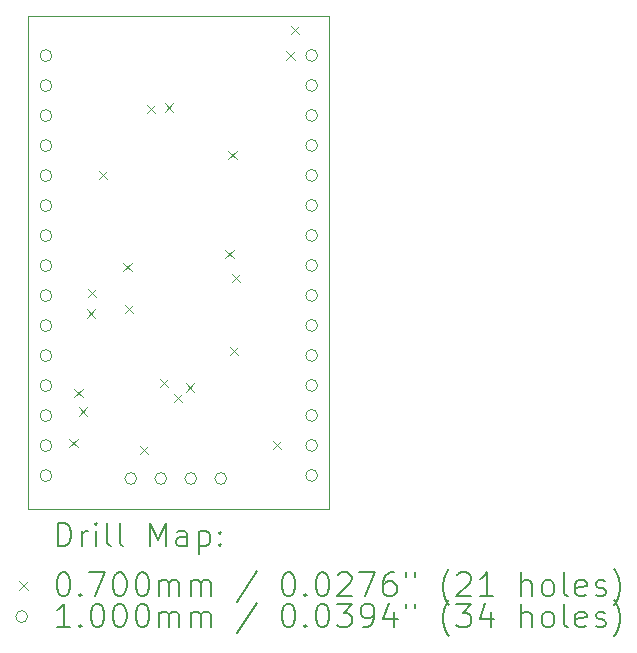
<source format=gbr>
%FSLAX45Y45*%
G04 Gerber Fmt 4.5, Leading zero omitted, Abs format (unit mm)*
G04 Created by KiCad (PCBNEW (6.0.2)) date 2022-05-10 09:18:48*
%MOMM*%
%LPD*%
G01*
G04 APERTURE LIST*
%TA.AperFunction,Profile*%
%ADD10C,0.100000*%
%TD*%
%ADD11C,0.200000*%
%ADD12C,0.070000*%
%ADD13C,0.100000*%
G04 APERTURE END LIST*
D10*
X0Y4180000D02*
X0Y4140000D01*
X0Y0D02*
X0Y4140000D01*
X2550000Y0D02*
X0Y0D01*
X0Y4180000D02*
X2550000Y4180000D01*
X2550000Y4180000D02*
X2550000Y0D01*
D11*
D12*
X350000Y595000D02*
X420000Y525000D01*
X420000Y595000D02*
X350000Y525000D01*
X392149Y1017851D02*
X462149Y947851D01*
X462149Y1017851D02*
X392149Y947851D01*
X431250Y861250D02*
X501250Y791250D01*
X501250Y861250D02*
X431250Y791250D01*
X498750Y1691250D02*
X568750Y1621250D01*
X568750Y1691250D02*
X498750Y1621250D01*
X507500Y1867500D02*
X577500Y1797500D01*
X577500Y1867500D02*
X507500Y1797500D01*
X597500Y2862500D02*
X667500Y2792500D01*
X667500Y2862500D02*
X597500Y2792500D01*
X805000Y2085000D02*
X875000Y2015000D01*
X875000Y2085000D02*
X805000Y2015000D01*
X817500Y1732500D02*
X887500Y1662500D01*
X887500Y1732500D02*
X817500Y1662500D01*
X945000Y535000D02*
X1015000Y465000D01*
X1015000Y535000D02*
X945000Y465000D01*
X1005000Y3425000D02*
X1075000Y3355000D01*
X1075000Y3425000D02*
X1005000Y3355000D01*
X1115000Y1105000D02*
X1185000Y1035000D01*
X1185000Y1105000D02*
X1115000Y1035000D01*
X1155000Y3435000D02*
X1225000Y3365000D01*
X1225000Y3435000D02*
X1155000Y3365000D01*
X1235000Y975000D02*
X1305000Y905000D01*
X1305000Y975000D02*
X1235000Y905000D01*
X1335000Y1065000D02*
X1405000Y995000D01*
X1405000Y1065000D02*
X1335000Y995000D01*
X1670000Y2195000D02*
X1740000Y2125000D01*
X1740000Y2195000D02*
X1670000Y2125000D01*
X1695000Y3035000D02*
X1765000Y2965000D01*
X1765000Y3035000D02*
X1695000Y2965000D01*
X1710000Y1377500D02*
X1780000Y1307500D01*
X1780000Y1377500D02*
X1710000Y1307500D01*
X1725000Y1995000D02*
X1795000Y1925000D01*
X1795000Y1995000D02*
X1725000Y1925000D01*
X2070098Y577598D02*
X2140098Y507598D01*
X2140098Y577598D02*
X2070098Y507598D01*
X2187000Y3877000D02*
X2257000Y3807000D01*
X2257000Y3877000D02*
X2187000Y3807000D01*
X2225000Y4095000D02*
X2295000Y4025000D01*
X2295000Y4095000D02*
X2225000Y4025000D01*
D13*
X200000Y3840000D02*
G75*
G03*
X200000Y3840000I-50000J0D01*
G01*
X200000Y3586000D02*
G75*
G03*
X200000Y3586000I-50000J0D01*
G01*
X200000Y3332000D02*
G75*
G03*
X200000Y3332000I-50000J0D01*
G01*
X200000Y3078000D02*
G75*
G03*
X200000Y3078000I-50000J0D01*
G01*
X200000Y2824000D02*
G75*
G03*
X200000Y2824000I-50000J0D01*
G01*
X200000Y2570000D02*
G75*
G03*
X200000Y2570000I-50000J0D01*
G01*
X200000Y2316000D02*
G75*
G03*
X200000Y2316000I-50000J0D01*
G01*
X200000Y2062000D02*
G75*
G03*
X200000Y2062000I-50000J0D01*
G01*
X200000Y1808000D02*
G75*
G03*
X200000Y1808000I-50000J0D01*
G01*
X200000Y1554000D02*
G75*
G03*
X200000Y1554000I-50000J0D01*
G01*
X200000Y1300000D02*
G75*
G03*
X200000Y1300000I-50000J0D01*
G01*
X200000Y1046000D02*
G75*
G03*
X200000Y1046000I-50000J0D01*
G01*
X200000Y792000D02*
G75*
G03*
X200000Y792000I-50000J0D01*
G01*
X200000Y538000D02*
G75*
G03*
X200000Y538000I-50000J0D01*
G01*
X200000Y284000D02*
G75*
G03*
X200000Y284000I-50000J0D01*
G01*
X918000Y260000D02*
G75*
G03*
X918000Y260000I-50000J0D01*
G01*
X1172000Y260000D02*
G75*
G03*
X1172000Y260000I-50000J0D01*
G01*
X1426000Y260000D02*
G75*
G03*
X1426000Y260000I-50000J0D01*
G01*
X1680000Y260000D02*
G75*
G03*
X1680000Y260000I-50000J0D01*
G01*
X2450000Y3842000D02*
G75*
G03*
X2450000Y3842000I-50000J0D01*
G01*
X2450000Y3588000D02*
G75*
G03*
X2450000Y3588000I-50000J0D01*
G01*
X2450000Y3334000D02*
G75*
G03*
X2450000Y3334000I-50000J0D01*
G01*
X2450000Y3080000D02*
G75*
G03*
X2450000Y3080000I-50000J0D01*
G01*
X2450000Y2826000D02*
G75*
G03*
X2450000Y2826000I-50000J0D01*
G01*
X2450000Y2572000D02*
G75*
G03*
X2450000Y2572000I-50000J0D01*
G01*
X2450000Y2318000D02*
G75*
G03*
X2450000Y2318000I-50000J0D01*
G01*
X2450000Y2064000D02*
G75*
G03*
X2450000Y2064000I-50000J0D01*
G01*
X2450000Y1810000D02*
G75*
G03*
X2450000Y1810000I-50000J0D01*
G01*
X2450000Y1556000D02*
G75*
G03*
X2450000Y1556000I-50000J0D01*
G01*
X2450000Y1302000D02*
G75*
G03*
X2450000Y1302000I-50000J0D01*
G01*
X2450000Y1048000D02*
G75*
G03*
X2450000Y1048000I-50000J0D01*
G01*
X2450000Y794000D02*
G75*
G03*
X2450000Y794000I-50000J0D01*
G01*
X2450000Y540000D02*
G75*
G03*
X2450000Y540000I-50000J0D01*
G01*
X2450000Y286000D02*
G75*
G03*
X2450000Y286000I-50000J0D01*
G01*
D11*
X252619Y-315476D02*
X252619Y-115476D01*
X300238Y-115476D01*
X328810Y-125000D01*
X347857Y-144048D01*
X357381Y-163095D01*
X366905Y-201190D01*
X366905Y-229762D01*
X357381Y-267857D01*
X347857Y-286905D01*
X328810Y-305952D01*
X300238Y-315476D01*
X252619Y-315476D01*
X452619Y-315476D02*
X452619Y-182143D01*
X452619Y-220238D02*
X462143Y-201190D01*
X471667Y-191667D01*
X490714Y-182143D01*
X509762Y-182143D01*
X576429Y-315476D02*
X576429Y-182143D01*
X576429Y-115476D02*
X566905Y-125000D01*
X576429Y-134524D01*
X585952Y-125000D01*
X576429Y-115476D01*
X576429Y-134524D01*
X700238Y-315476D02*
X681190Y-305952D01*
X671667Y-286905D01*
X671667Y-115476D01*
X805000Y-315476D02*
X785952Y-305952D01*
X776428Y-286905D01*
X776428Y-115476D01*
X1033571Y-315476D02*
X1033571Y-115476D01*
X1100238Y-258333D01*
X1166905Y-115476D01*
X1166905Y-315476D01*
X1347857Y-315476D02*
X1347857Y-210714D01*
X1338333Y-191667D01*
X1319286Y-182143D01*
X1281190Y-182143D01*
X1262143Y-191667D01*
X1347857Y-305952D02*
X1328810Y-315476D01*
X1281190Y-315476D01*
X1262143Y-305952D01*
X1252619Y-286905D01*
X1252619Y-267857D01*
X1262143Y-248809D01*
X1281190Y-239286D01*
X1328810Y-239286D01*
X1347857Y-229762D01*
X1443095Y-182143D02*
X1443095Y-382143D01*
X1443095Y-191667D02*
X1462143Y-182143D01*
X1500238Y-182143D01*
X1519286Y-191667D01*
X1528809Y-201190D01*
X1538333Y-220238D01*
X1538333Y-277381D01*
X1528809Y-296429D01*
X1519286Y-305952D01*
X1500238Y-315476D01*
X1462143Y-315476D01*
X1443095Y-305952D01*
X1624048Y-296429D02*
X1633571Y-305952D01*
X1624048Y-315476D01*
X1614524Y-305952D01*
X1624048Y-296429D01*
X1624048Y-315476D01*
X1624048Y-191667D02*
X1633571Y-201190D01*
X1624048Y-210714D01*
X1614524Y-201190D01*
X1624048Y-191667D01*
X1624048Y-210714D01*
D12*
X-75000Y-610000D02*
X-5000Y-680000D01*
X-5000Y-610000D02*
X-75000Y-680000D01*
D11*
X290714Y-535476D02*
X309762Y-535476D01*
X328810Y-545000D01*
X338333Y-554524D01*
X347857Y-573571D01*
X357381Y-611667D01*
X357381Y-659286D01*
X347857Y-697381D01*
X338333Y-716428D01*
X328810Y-725952D01*
X309762Y-735476D01*
X290714Y-735476D01*
X271667Y-725952D01*
X262143Y-716428D01*
X252619Y-697381D01*
X243095Y-659286D01*
X243095Y-611667D01*
X252619Y-573571D01*
X262143Y-554524D01*
X271667Y-545000D01*
X290714Y-535476D01*
X443095Y-716428D02*
X452619Y-725952D01*
X443095Y-735476D01*
X433571Y-725952D01*
X443095Y-716428D01*
X443095Y-735476D01*
X519286Y-535476D02*
X652619Y-535476D01*
X566905Y-735476D01*
X766905Y-535476D02*
X785952Y-535476D01*
X805000Y-545000D01*
X814524Y-554524D01*
X824048Y-573571D01*
X833571Y-611667D01*
X833571Y-659286D01*
X824048Y-697381D01*
X814524Y-716428D01*
X805000Y-725952D01*
X785952Y-735476D01*
X766905Y-735476D01*
X747857Y-725952D01*
X738333Y-716428D01*
X728809Y-697381D01*
X719286Y-659286D01*
X719286Y-611667D01*
X728809Y-573571D01*
X738333Y-554524D01*
X747857Y-545000D01*
X766905Y-535476D01*
X957381Y-535476D02*
X976428Y-535476D01*
X995476Y-545000D01*
X1005000Y-554524D01*
X1014524Y-573571D01*
X1024048Y-611667D01*
X1024048Y-659286D01*
X1014524Y-697381D01*
X1005000Y-716428D01*
X995476Y-725952D01*
X976428Y-735476D01*
X957381Y-735476D01*
X938333Y-725952D01*
X928809Y-716428D01*
X919286Y-697381D01*
X909762Y-659286D01*
X909762Y-611667D01*
X919286Y-573571D01*
X928809Y-554524D01*
X938333Y-545000D01*
X957381Y-535476D01*
X1109762Y-735476D02*
X1109762Y-602143D01*
X1109762Y-621190D02*
X1119286Y-611667D01*
X1138333Y-602143D01*
X1166905Y-602143D01*
X1185952Y-611667D01*
X1195476Y-630714D01*
X1195476Y-735476D01*
X1195476Y-630714D02*
X1205000Y-611667D01*
X1224048Y-602143D01*
X1252619Y-602143D01*
X1271667Y-611667D01*
X1281190Y-630714D01*
X1281190Y-735476D01*
X1376429Y-735476D02*
X1376429Y-602143D01*
X1376429Y-621190D02*
X1385952Y-611667D01*
X1405000Y-602143D01*
X1433571Y-602143D01*
X1452619Y-611667D01*
X1462143Y-630714D01*
X1462143Y-735476D01*
X1462143Y-630714D02*
X1471667Y-611667D01*
X1490714Y-602143D01*
X1519286Y-602143D01*
X1538333Y-611667D01*
X1547857Y-630714D01*
X1547857Y-735476D01*
X1938333Y-525952D02*
X1766905Y-783095D01*
X2195476Y-535476D02*
X2214524Y-535476D01*
X2233571Y-545000D01*
X2243095Y-554524D01*
X2252619Y-573571D01*
X2262143Y-611667D01*
X2262143Y-659286D01*
X2252619Y-697381D01*
X2243095Y-716428D01*
X2233571Y-725952D01*
X2214524Y-735476D01*
X2195476Y-735476D01*
X2176429Y-725952D01*
X2166905Y-716428D01*
X2157381Y-697381D01*
X2147857Y-659286D01*
X2147857Y-611667D01*
X2157381Y-573571D01*
X2166905Y-554524D01*
X2176429Y-545000D01*
X2195476Y-535476D01*
X2347857Y-716428D02*
X2357381Y-725952D01*
X2347857Y-735476D01*
X2338333Y-725952D01*
X2347857Y-716428D01*
X2347857Y-735476D01*
X2481190Y-535476D02*
X2500238Y-535476D01*
X2519286Y-545000D01*
X2528810Y-554524D01*
X2538333Y-573571D01*
X2547857Y-611667D01*
X2547857Y-659286D01*
X2538333Y-697381D01*
X2528810Y-716428D01*
X2519286Y-725952D01*
X2500238Y-735476D01*
X2481190Y-735476D01*
X2462143Y-725952D01*
X2452619Y-716428D01*
X2443095Y-697381D01*
X2433571Y-659286D01*
X2433571Y-611667D01*
X2443095Y-573571D01*
X2452619Y-554524D01*
X2462143Y-545000D01*
X2481190Y-535476D01*
X2624048Y-554524D02*
X2633571Y-545000D01*
X2652619Y-535476D01*
X2700238Y-535476D01*
X2719286Y-545000D01*
X2728810Y-554524D01*
X2738333Y-573571D01*
X2738333Y-592619D01*
X2728810Y-621190D01*
X2614524Y-735476D01*
X2738333Y-735476D01*
X2805000Y-535476D02*
X2938333Y-535476D01*
X2852619Y-735476D01*
X3100238Y-535476D02*
X3062143Y-535476D01*
X3043095Y-545000D01*
X3033571Y-554524D01*
X3014524Y-583095D01*
X3005000Y-621190D01*
X3005000Y-697381D01*
X3014524Y-716428D01*
X3024048Y-725952D01*
X3043095Y-735476D01*
X3081190Y-735476D01*
X3100238Y-725952D01*
X3109762Y-716428D01*
X3119286Y-697381D01*
X3119286Y-649762D01*
X3109762Y-630714D01*
X3100238Y-621190D01*
X3081190Y-611667D01*
X3043095Y-611667D01*
X3024048Y-621190D01*
X3014524Y-630714D01*
X3005000Y-649762D01*
X3195476Y-535476D02*
X3195476Y-573571D01*
X3271667Y-535476D02*
X3271667Y-573571D01*
X3566905Y-811667D02*
X3557381Y-802143D01*
X3538333Y-773571D01*
X3528809Y-754524D01*
X3519286Y-725952D01*
X3509762Y-678333D01*
X3509762Y-640238D01*
X3519286Y-592619D01*
X3528809Y-564048D01*
X3538333Y-545000D01*
X3557381Y-516428D01*
X3566905Y-506905D01*
X3633571Y-554524D02*
X3643095Y-545000D01*
X3662143Y-535476D01*
X3709762Y-535476D01*
X3728809Y-545000D01*
X3738333Y-554524D01*
X3747857Y-573571D01*
X3747857Y-592619D01*
X3738333Y-621190D01*
X3624048Y-735476D01*
X3747857Y-735476D01*
X3938333Y-735476D02*
X3824048Y-735476D01*
X3881190Y-735476D02*
X3881190Y-535476D01*
X3862143Y-564048D01*
X3843095Y-583095D01*
X3824048Y-592619D01*
X4176428Y-735476D02*
X4176428Y-535476D01*
X4262143Y-735476D02*
X4262143Y-630714D01*
X4252619Y-611667D01*
X4233571Y-602143D01*
X4205000Y-602143D01*
X4185952Y-611667D01*
X4176428Y-621190D01*
X4385952Y-735476D02*
X4366905Y-725952D01*
X4357381Y-716428D01*
X4347857Y-697381D01*
X4347857Y-640238D01*
X4357381Y-621190D01*
X4366905Y-611667D01*
X4385952Y-602143D01*
X4414524Y-602143D01*
X4433571Y-611667D01*
X4443095Y-621190D01*
X4452619Y-640238D01*
X4452619Y-697381D01*
X4443095Y-716428D01*
X4433571Y-725952D01*
X4414524Y-735476D01*
X4385952Y-735476D01*
X4566905Y-735476D02*
X4547857Y-725952D01*
X4538333Y-706905D01*
X4538333Y-535476D01*
X4719286Y-725952D02*
X4700238Y-735476D01*
X4662143Y-735476D01*
X4643095Y-725952D01*
X4633571Y-706905D01*
X4633571Y-630714D01*
X4643095Y-611667D01*
X4662143Y-602143D01*
X4700238Y-602143D01*
X4719286Y-611667D01*
X4728810Y-630714D01*
X4728810Y-649762D01*
X4633571Y-668810D01*
X4805000Y-725952D02*
X4824048Y-735476D01*
X4862143Y-735476D01*
X4881190Y-725952D01*
X4890714Y-706905D01*
X4890714Y-697381D01*
X4881190Y-678333D01*
X4862143Y-668810D01*
X4833571Y-668810D01*
X4814524Y-659286D01*
X4805000Y-640238D01*
X4805000Y-630714D01*
X4814524Y-611667D01*
X4833571Y-602143D01*
X4862143Y-602143D01*
X4881190Y-611667D01*
X4957381Y-811667D02*
X4966905Y-802143D01*
X4985952Y-773571D01*
X4995476Y-754524D01*
X5005000Y-725952D01*
X5014524Y-678333D01*
X5014524Y-640238D01*
X5005000Y-592619D01*
X4995476Y-564048D01*
X4985952Y-545000D01*
X4966905Y-516428D01*
X4957381Y-506905D01*
D13*
X-5000Y-909000D02*
G75*
G03*
X-5000Y-909000I-50000J0D01*
G01*
D11*
X357381Y-999476D02*
X243095Y-999476D01*
X300238Y-999476D02*
X300238Y-799476D01*
X281190Y-828048D01*
X262143Y-847095D01*
X243095Y-856619D01*
X443095Y-980428D02*
X452619Y-989952D01*
X443095Y-999476D01*
X433571Y-989952D01*
X443095Y-980428D01*
X443095Y-999476D01*
X576429Y-799476D02*
X595476Y-799476D01*
X614524Y-809000D01*
X624048Y-818524D01*
X633571Y-837571D01*
X643095Y-875667D01*
X643095Y-923286D01*
X633571Y-961381D01*
X624048Y-980428D01*
X614524Y-989952D01*
X595476Y-999476D01*
X576429Y-999476D01*
X557381Y-989952D01*
X547857Y-980428D01*
X538333Y-961381D01*
X528810Y-923286D01*
X528810Y-875667D01*
X538333Y-837571D01*
X547857Y-818524D01*
X557381Y-809000D01*
X576429Y-799476D01*
X766905Y-799476D02*
X785952Y-799476D01*
X805000Y-809000D01*
X814524Y-818524D01*
X824048Y-837571D01*
X833571Y-875667D01*
X833571Y-923286D01*
X824048Y-961381D01*
X814524Y-980428D01*
X805000Y-989952D01*
X785952Y-999476D01*
X766905Y-999476D01*
X747857Y-989952D01*
X738333Y-980428D01*
X728809Y-961381D01*
X719286Y-923286D01*
X719286Y-875667D01*
X728809Y-837571D01*
X738333Y-818524D01*
X747857Y-809000D01*
X766905Y-799476D01*
X957381Y-799476D02*
X976428Y-799476D01*
X995476Y-809000D01*
X1005000Y-818524D01*
X1014524Y-837571D01*
X1024048Y-875667D01*
X1024048Y-923286D01*
X1014524Y-961381D01*
X1005000Y-980428D01*
X995476Y-989952D01*
X976428Y-999476D01*
X957381Y-999476D01*
X938333Y-989952D01*
X928809Y-980428D01*
X919286Y-961381D01*
X909762Y-923286D01*
X909762Y-875667D01*
X919286Y-837571D01*
X928809Y-818524D01*
X938333Y-809000D01*
X957381Y-799476D01*
X1109762Y-999476D02*
X1109762Y-866143D01*
X1109762Y-885190D02*
X1119286Y-875667D01*
X1138333Y-866143D01*
X1166905Y-866143D01*
X1185952Y-875667D01*
X1195476Y-894714D01*
X1195476Y-999476D01*
X1195476Y-894714D02*
X1205000Y-875667D01*
X1224048Y-866143D01*
X1252619Y-866143D01*
X1271667Y-875667D01*
X1281190Y-894714D01*
X1281190Y-999476D01*
X1376429Y-999476D02*
X1376429Y-866143D01*
X1376429Y-885190D02*
X1385952Y-875667D01*
X1405000Y-866143D01*
X1433571Y-866143D01*
X1452619Y-875667D01*
X1462143Y-894714D01*
X1462143Y-999476D01*
X1462143Y-894714D02*
X1471667Y-875667D01*
X1490714Y-866143D01*
X1519286Y-866143D01*
X1538333Y-875667D01*
X1547857Y-894714D01*
X1547857Y-999476D01*
X1938333Y-789952D02*
X1766905Y-1047095D01*
X2195476Y-799476D02*
X2214524Y-799476D01*
X2233571Y-809000D01*
X2243095Y-818524D01*
X2252619Y-837571D01*
X2262143Y-875667D01*
X2262143Y-923286D01*
X2252619Y-961381D01*
X2243095Y-980428D01*
X2233571Y-989952D01*
X2214524Y-999476D01*
X2195476Y-999476D01*
X2176429Y-989952D01*
X2166905Y-980428D01*
X2157381Y-961381D01*
X2147857Y-923286D01*
X2147857Y-875667D01*
X2157381Y-837571D01*
X2166905Y-818524D01*
X2176429Y-809000D01*
X2195476Y-799476D01*
X2347857Y-980428D02*
X2357381Y-989952D01*
X2347857Y-999476D01*
X2338333Y-989952D01*
X2347857Y-980428D01*
X2347857Y-999476D01*
X2481190Y-799476D02*
X2500238Y-799476D01*
X2519286Y-809000D01*
X2528810Y-818524D01*
X2538333Y-837571D01*
X2547857Y-875667D01*
X2547857Y-923286D01*
X2538333Y-961381D01*
X2528810Y-980428D01*
X2519286Y-989952D01*
X2500238Y-999476D01*
X2481190Y-999476D01*
X2462143Y-989952D01*
X2452619Y-980428D01*
X2443095Y-961381D01*
X2433571Y-923286D01*
X2433571Y-875667D01*
X2443095Y-837571D01*
X2452619Y-818524D01*
X2462143Y-809000D01*
X2481190Y-799476D01*
X2614524Y-799476D02*
X2738333Y-799476D01*
X2671667Y-875667D01*
X2700238Y-875667D01*
X2719286Y-885190D01*
X2728810Y-894714D01*
X2738333Y-913762D01*
X2738333Y-961381D01*
X2728810Y-980428D01*
X2719286Y-989952D01*
X2700238Y-999476D01*
X2643095Y-999476D01*
X2624048Y-989952D01*
X2614524Y-980428D01*
X2833571Y-999476D02*
X2871667Y-999476D01*
X2890714Y-989952D01*
X2900238Y-980428D01*
X2919286Y-951857D01*
X2928809Y-913762D01*
X2928809Y-837571D01*
X2919286Y-818524D01*
X2909762Y-809000D01*
X2890714Y-799476D01*
X2852619Y-799476D01*
X2833571Y-809000D01*
X2824048Y-818524D01*
X2814524Y-837571D01*
X2814524Y-885190D01*
X2824048Y-904238D01*
X2833571Y-913762D01*
X2852619Y-923286D01*
X2890714Y-923286D01*
X2909762Y-913762D01*
X2919286Y-904238D01*
X2928809Y-885190D01*
X3100238Y-866143D02*
X3100238Y-999476D01*
X3052619Y-789952D02*
X3005000Y-932809D01*
X3128809Y-932809D01*
X3195476Y-799476D02*
X3195476Y-837571D01*
X3271667Y-799476D02*
X3271667Y-837571D01*
X3566905Y-1075667D02*
X3557381Y-1066143D01*
X3538333Y-1037571D01*
X3528809Y-1018524D01*
X3519286Y-989952D01*
X3509762Y-942333D01*
X3509762Y-904238D01*
X3519286Y-856619D01*
X3528809Y-828048D01*
X3538333Y-809000D01*
X3557381Y-780428D01*
X3566905Y-770905D01*
X3624048Y-799476D02*
X3747857Y-799476D01*
X3681190Y-875667D01*
X3709762Y-875667D01*
X3728809Y-885190D01*
X3738333Y-894714D01*
X3747857Y-913762D01*
X3747857Y-961381D01*
X3738333Y-980428D01*
X3728809Y-989952D01*
X3709762Y-999476D01*
X3652619Y-999476D01*
X3633571Y-989952D01*
X3624048Y-980428D01*
X3919286Y-866143D02*
X3919286Y-999476D01*
X3871667Y-789952D02*
X3824048Y-932809D01*
X3947857Y-932809D01*
X4176428Y-999476D02*
X4176428Y-799476D01*
X4262143Y-999476D02*
X4262143Y-894714D01*
X4252619Y-875667D01*
X4233571Y-866143D01*
X4205000Y-866143D01*
X4185952Y-875667D01*
X4176428Y-885190D01*
X4385952Y-999476D02*
X4366905Y-989952D01*
X4357381Y-980428D01*
X4347857Y-961381D01*
X4347857Y-904238D01*
X4357381Y-885190D01*
X4366905Y-875667D01*
X4385952Y-866143D01*
X4414524Y-866143D01*
X4433571Y-875667D01*
X4443095Y-885190D01*
X4452619Y-904238D01*
X4452619Y-961381D01*
X4443095Y-980428D01*
X4433571Y-989952D01*
X4414524Y-999476D01*
X4385952Y-999476D01*
X4566905Y-999476D02*
X4547857Y-989952D01*
X4538333Y-970905D01*
X4538333Y-799476D01*
X4719286Y-989952D02*
X4700238Y-999476D01*
X4662143Y-999476D01*
X4643095Y-989952D01*
X4633571Y-970905D01*
X4633571Y-894714D01*
X4643095Y-875667D01*
X4662143Y-866143D01*
X4700238Y-866143D01*
X4719286Y-875667D01*
X4728810Y-894714D01*
X4728810Y-913762D01*
X4633571Y-932809D01*
X4805000Y-989952D02*
X4824048Y-999476D01*
X4862143Y-999476D01*
X4881190Y-989952D01*
X4890714Y-970905D01*
X4890714Y-961381D01*
X4881190Y-942333D01*
X4862143Y-932809D01*
X4833571Y-932809D01*
X4814524Y-923286D01*
X4805000Y-904238D01*
X4805000Y-894714D01*
X4814524Y-875667D01*
X4833571Y-866143D01*
X4862143Y-866143D01*
X4881190Y-875667D01*
X4957381Y-1075667D02*
X4966905Y-1066143D01*
X4985952Y-1037571D01*
X4995476Y-1018524D01*
X5005000Y-989952D01*
X5014524Y-942333D01*
X5014524Y-904238D01*
X5005000Y-856619D01*
X4995476Y-828048D01*
X4985952Y-809000D01*
X4966905Y-780428D01*
X4957381Y-770905D01*
M02*

</source>
